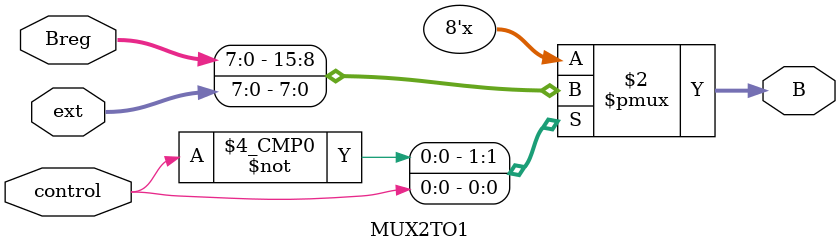
<source format=v>
`timescale 1ns / 1ps


module MUX2TO1(Breg, ext, control, B);
  input [7:0] ext, Breg;
  input control;
  
  output reg [7:0] B;
  
  always@(Breg or ext or control)
  begin
    case(control)
      0: B <= Breg;
      1: B <= ext;
    endcase
  end
endmodule


</source>
